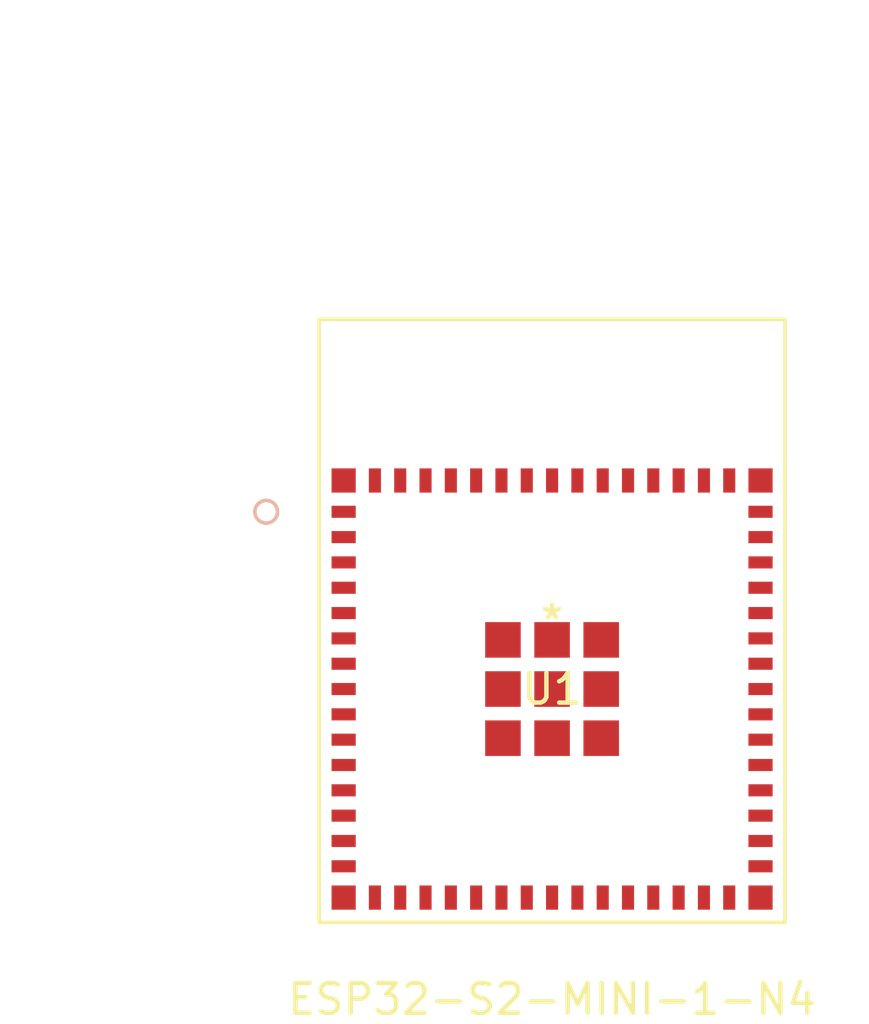
<source format=kicad_pcb>
(kicad_pcb (version 20211014) (generator pcbnew)
  (layers (0 "F.Cu" signal) (31 "B.Cu" signal) (34 "B.Paste" user) (35 "F.Paste" user) (36 "B.SilkS" user "B.Silkscreen") (37 "F.SilkS" user "F.Silkscreen") (38 "B.Mask" user) (39 "F.Mask" user) (44 "Edge.Cuts" user))
  (net 0 "")
  (footprint "ESP32-S2-MINI-1-N4:ESP32-S2-MINI-1-N4" (layer "F.Cu") (at 152.4 101.6)
    (fp_text reference "U1" (at 0 2.288515) (layer "F.SilkS"))
    (fp_text value "ESP32-S2-MINI-1-N4" (at 0 12.7) (layer "F.SilkS"))
    (fp_text user "*" (at 0 0) (layer "F.SilkS"))
    (fp_circle (center -9.6012 -3.661486) (end -9.2202 -3.661486) (layer "B.SilkS") (width 0.12) (fill none))
    (fp_line (start 7.8232 10.1219) (end 7.8232 -10.1219) (layer "F.SilkS") (width 0.12))
    (fp_line (start -7.8232 10.1219) (end 7.8232 10.1219) (layer "F.SilkS") (width 0.12))
    (fp_line (start -7.8232 -10.1219) (end -7.8232 10.1219) (layer "F.SilkS") (width 0.12))
    (fp_line (start 7.8232 -10.1219) (end -7.8232 -10.1219) (layer "F.SilkS") (width 0.12))
    (fp_circle (center -9.6012 -3.661486) (end -9.2202 -3.661486) (layer "F.SilkS") (width 0.12) (fill none))
    (pad "1" smd rect locked (at -6.999999 -3.661486) (size 0.8128 0.4064) (layers "F.Cu" "F.Paste" "F.Mask"))
    (pad "2" smd rect locked (at -6.999999 -2.811485) (size 0.8128 0.4064) (layers "F.Cu" "F.Paste" "F.Mask"))
    (pad "3" smd rect locked (at -6.999999 -1.961485) (size 0.8128 0.4064) (layers "F.Cu" "F.Paste" "F.Mask"))
    (pad "4" smd rect locked (at -6.999999 -1.111486) (size 0.8128 0.4064) (layers "F.Cu" "F.Paste" "F.Mask"))
    (pad "5" smd rect locked (at -6.999999 -0.261485) (size 0.8128 0.4064) (layers "F.Cu" "F.Paste" "F.Mask"))
    (pad "6" smd rect locked (at -6.999999 0.588515) (size 0.8128 0.4064) (layers "F.Cu" "F.Paste" "F.Mask"))
    (pad "7" smd rect locked (at -6.999999 1.438514) (size 0.8128 0.4064) (layers "F.Cu" "F.Paste" "F.Mask"))
    (pad "8" smd rect locked (at -6.999999 2.288515) (size 0.8128 0.4064) (layers "F.Cu" "F.Paste" "F.Mask"))
    (pad "9" smd rect locked (at -6.999999 3.138515) (size 0.8128 0.4064) (layers "F.Cu" "F.Paste" "F.Mask"))
    (pad "10" smd rect locked (at -6.999999 3.988514) (size 0.8128 0.4064) (layers "F.Cu" "F.Paste" "F.Mask"))
    (pad "11" smd rect locked (at -6.999999 4.838515) (size 0.8128 0.4064) (layers "F.Cu" "F.Paste" "F.Mask"))
    (pad "12" smd rect locked (at -6.999999 5.688515) (size 0.8128 0.4064) (layers "F.Cu" "F.Paste" "F.Mask"))
    (pad "13" smd rect locked (at -6.999999 6.538514) (size 0.8128 0.4064) (layers "F.Cu" "F.Paste" "F.Mask"))
    (pad "14" smd rect locked (at -6.999999 7.388515) (size 0.8128 0.4064) (layers "F.Cu" "F.Paste" "F.Mask"))
    (pad "15" smd rect locked (at -6.999999 8.238515) (size 0.8128 0.4064) (layers "F.Cu" "F.Paste" "F.Mask"))
    (pad "16" smd rect locked (at -5.950001 9.288513) (size 0.4064 0.8128) (layers "F.Cu" "F.Paste" "F.Mask"))
    (pad "17" smd rect locked (at -5.1 9.288513) (size 0.4064 0.8128) (layers "F.Cu" "F.Paste" "F.Mask"))
    (pad "18" smd rect locked (at -4.249999 9.288513) (size 0.4064 0.8128) (layers "F.Cu" "F.Paste" "F.Mask"))
    (pad "19" smd rect locked (at -3.400001 9.288513) (size 0.4064 0.8128) (layers "F.Cu" "F.Paste" "F.Mask"))
    (pad "20" smd rect locked (at -2.55 9.288513) (size 0.4064 0.8128) (layers "F.Cu" "F.Paste" "F.Mask"))
    (pad "21" smd rect locked (at -1.699999 9.288513) (size 0.4064 0.8128) (layers "F.Cu" "F.Paste" "F.Mask"))
    (pad "22" smd rect locked (at -0.850001 9.288513) (size 0.4064 0.8128) (layers "F.Cu" "F.Paste" "F.Mask"))
    (pad "23" smd rect locked (at 0 9.288513) (size 0.4064 0.8128) (layers "F.Cu" "F.Paste" "F.Mask"))
    (pad "24" smd rect locked (at 0.850001 9.288513) (size 0.4064 0.8128) (layers "F.Cu" "F.Paste" "F.Mask"))
    (pad "25" smd rect locked (at 1.699999 9.288513) (size 0.4064 0.8128) (layers "F.Cu" "F.Paste" "F.Mask"))
    (pad "26" smd rect locked (at 2.55 9.288513) (size 0.4064 0.8128) (layers "F.Cu" "F.Paste" "F.Mask"))
    (pad "27" smd rect locked (at 3.400001 9.288513) (size 0.4064 0.8128) (layers "F.Cu" "F.Paste" "F.Mask"))
    (pad "28" smd rect locked (at 4.249999 9.288513) (size 0.4064 0.8128) (layers "F.Cu" "F.Paste" "F.Mask"))
    (pad "29" smd rect locked (at 5.1 9.288513) (size 0.4064 0.8128) (layers "F.Cu" "F.Paste" "F.Mask"))
    (pad "30" smd rect locked (at 5.950001 9.288513) (size 0.4064 0.8128) (layers "F.Cu" "F.Paste" "F.Mask"))
    (pad "31" smd rect locked (at 6.999999 8.238515) (size 0.8128 0.4064) (layers "F.Cu" "F.Paste" "F.Mask"))
    (pad "32" smd rect locked (at 6.999999 7.388515) (size 0.8128 0.4064) (layers "F.Cu" "F.Paste" "F.Mask"))
    (pad "33" smd rect locked (at 6.999999 6.538514) (size 0.8128 0.4064) (layers "F.Cu" "F.Paste" "F.Mask"))
    (pad "34" smd rect locked (at 6.999999 5.688515) (size 0.8128 0.4064) (layers "F.Cu" "F.Paste" "F.Mask"))
    (pad "35" smd rect locked (at 6.999999 4.838515) (size 0.8128 0.4064) (layers "F.Cu" "F.Paste" "F.Mask"))
    (pad "36" smd rect locked (at 6.999999 3.988514) (size 0.8128 0.4064) (layers "F.Cu" "F.Paste" "F.Mask"))
    (pad "37" smd rect locked (at 6.999999 3.138515) (size 0.8128 0.4064) (layers "F.Cu" "F.Paste" "F.Mask"))
    (pad "38" smd rect locked (at 6.999999 2.288515) (size 0.8128 0.4064) (layers "F.Cu" "F.Paste" "F.Mask"))
    (pad "39" smd rect locked (at 6.999999 1.438514) (size 0.8128 0.4064) (layers "F.Cu" "F.Paste" "F.Mask"))
    (pad "40" smd rect locked (at 6.999999 0.588515) (size 0.8128 0.4064) (layers "F.Cu" "F.Paste" "F.Mask"))
    (pad "41" smd rect locked (at 6.999999 -0.261485) (size 0.8128 0.4064) (layers "F.Cu" "F.Paste" "F.Mask"))
    (pad "42" smd rect locked (at 6.999999 -1.111486) (size 0.8128 0.4064) (layers "F.Cu" "F.Paste" "F.Mask"))
    (pad "43" smd rect locked (at 6.999999 -1.961485) (size 0.8128 0.4064) (layers "F.Cu" "F.Paste" "F.Mask"))
    (pad "44" smd rect locked (at 6.999999 -2.811485) (size 0.8128 0.4064) (layers "F.Cu" "F.Paste" "F.Mask"))
    (pad "45" smd rect locked (at 6.999999 -3.661486) (size 0.8128 0.4064) (layers "F.Cu" "F.Paste" "F.Mask"))
    (pad "46" smd rect locked (at 5.950001 -4.711484) (size 0.4064 0.8128) (layers "F.Cu" "F.Paste" "F.Mask"))
    (pad "47" smd rect locked (at 5.1 -4.711484) (size 0.4064 0.8128) (layers "F.Cu" "F.Paste" "F.Mask"))
    (pad "48" smd rect locked (at 4.249999 -4.711484) (size 0.4064 0.8128) (layers "F.Cu" "F.Paste" "F.Mask"))
    (pad "49" smd rect locked (at 3.400001 -4.711484) (size 0.4064 0.8128) (layers "F.Cu" "F.Paste" "F.Mask"))
    (pad "50" smd rect locked (at 2.55 -4.711484) (size 0.4064 0.8128) (layers "F.Cu" "F.Paste" "F.Mask"))
    (pad "51" smd rect locked (at 1.699999 -4.711484) (size 0.4064 0.8128) (layers "F.Cu" "F.Paste" "F.Mask"))
    (pad "52" smd rect locked (at 0.850001 -4.711484) (size 0.4064 0.8128) (layers "F.Cu" "F.Paste" "F.Mask"))
    (pad "53" smd rect locked (at 0 -4.711484) (size 0.4064 0.8128) (layers "F.Cu" "F.Paste" "F.Mask"))
    (pad "54" smd rect locked (at -0.850001 -4.711484) (size 0.4064 0.8128) (layers "F.Cu" "F.Paste" "F.Mask"))
    (pad "55" smd rect locked (at -1.699999 -4.711484) (size 0.4064 0.8128) (layers "F.Cu" "F.Paste" "F.Mask"))
    (pad "56" smd rect locked (at -2.55 -4.711484) (size 0.4064 0.8128) (layers "F.Cu" "F.Paste" "F.Mask"))
    (pad "57" smd rect locked (at -3.400001 -4.711484) (size 0.4064 0.8128) (layers "F.Cu" "F.Paste" "F.Mask"))
    (pad "58" smd rect locked (at -4.249999 -4.711484) (size 0.4064 0.8128) (layers "F.Cu" "F.Paste" "F.Mask"))
    (pad "59" smd rect locked (at -5.1 -4.711484) (size 0.4064 0.8128) (layers "F.Cu" "F.Paste" "F.Mask"))
    (pad "60" smd rect locked (at -5.950001 -4.711484) (size 0.4064 0.8128) (layers "F.Cu" "F.Paste" "F.Mask"))
    (pad "61" smd rect locked (at 0 2.288515) (size 1.1938 1.1938) (layers "F.Cu" "F.Paste" "F.Mask"))
    (pad "62" smd rect locked (at -6.999999 -4.711484) (size 0.8128 0.8128) (layers "F.Cu" "F.Paste" "F.Mask"))
    (pad "63" smd rect locked (at -6.999999 9.288516) (size 0.8128 0.8128) (layers "F.Cu" "F.Paste" "F.Mask"))
    (pad "64" smd rect locked (at 6.999999 9.288516) (size 0.8128 0.8128) (layers "F.Cu" "F.Paste" "F.Mask"))
    (pad "65" smd rect locked (at 6.999999 -4.711484) (size 0.8128 0.8128) (layers "F.Cu" "F.Paste" "F.Mask"))
    (pad "66" smd rect locked (at -1.65 0.638515) (size 1.1938 1.1938) (layers "F.Cu" "F.Paste" "F.Mask"))
    (pad "67" smd rect locked (at 0 0.638515) (size 1.1938 1.1938) (layers "F.Cu" "F.Paste" "F.Mask"))
    (pad "68" smd rect locked (at 1.65 0.638515) (size 1.1938 1.1938) (layers "F.Cu" "F.Paste" "F.Mask"))
    (pad "69" smd rect locked (at -1.65 2.288515) (size 1.1938 1.1938) (layers "F.Cu" "F.Paste" "F.Mask"))
    (pad "70" smd rect locked (at 1.65 2.288515) (size 1.1938 1.1938) (layers "F.Cu" "F.Paste" "F.Mask"))
    (pad "71" smd rect locked (at -1.65 3.938515) (size 1.1938 1.1938) (layers "F.Cu" "F.Paste" "F.Mask"))
    (pad "72" smd rect locked (at 0 3.938515) (size 1.1938 1.1938) (layers "F.Cu" "F.Paste" "F.Mask"))
    (pad "73" smd rect locked (at 1.65 3.938515) (size 1.1938 1.1938) (layers "F.Cu" "F.Paste" "F.Mask"))
  )
)
</source>
